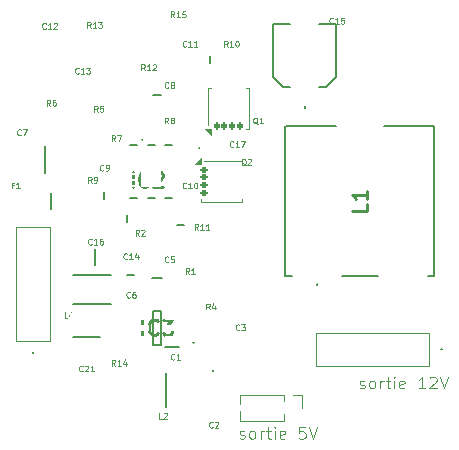
<source format=gto>
%TF.GenerationSoftware,KiCad,Pcbnew,9.0.0*%
%TF.CreationDate,2025-03-07T10:14:07+01:00*%
%TF.ProjectId,converter1A,636f6e76-6572-4746-9572-31412e6b6963,rev?*%
%TF.SameCoordinates,Original*%
%TF.FileFunction,Legend,Top*%
%TF.FilePolarity,Positive*%
%FSLAX46Y46*%
G04 Gerber Fmt 4.6, Leading zero omitted, Abs format (unit mm)*
G04 Created by KiCad (PCBNEW 9.0.0) date 2025-03-07 10:14:07*
%MOMM*%
%LPD*%
G01*
G04 APERTURE LIST*
G04 Aperture macros list*
%AMRoundRect*
0 Rectangle with rounded corners*
0 $1 Rounding radius*
0 $2 $3 $4 $5 $6 $7 $8 $9 X,Y pos of 4 corners*
0 Add a 4 corners polygon primitive as box body*
4,1,4,$2,$3,$4,$5,$6,$7,$8,$9,$2,$3,0*
0 Add four circle primitives for the rounded corners*
1,1,$1+$1,$2,$3*
1,1,$1+$1,$4,$5*
1,1,$1+$1,$6,$7*
1,1,$1+$1,$8,$9*
0 Add four rect primitives between the rounded corners*
20,1,$1+$1,$2,$3,$4,$5,0*
20,1,$1+$1,$4,$5,$6,$7,0*
20,1,$1+$1,$6,$7,$8,$9,0*
20,1,$1+$1,$8,$9,$2,$3,0*%
%AMFreePoly0*
4,1,17,1.371000,0.720000,0.950000,0.720000,0.950000,0.580000,1.370000,0.580000,1.370000,0.080000,0.950000,0.080000,0.950000,-0.080000,1.370000,-0.080000,1.370000,-0.580000,0.950000,-0.580000,0.950000,-0.720000,1.370000,-0.720000,1.370000,-1.225000,-0.950000,-1.225000,-0.950000,1.225000,1.371000,1.225000,1.371000,0.720000,1.371000,0.720000,$1*%
G04 Aperture macros list end*
%ADD10C,0.100000*%
%ADD11C,0.254000*%
%ADD12C,0.200000*%
%ADD13C,0.120000*%
%ADD14R,1.200000X0.600000*%
%ADD15R,0.850000X1.000000*%
%ADD16R,0.600000X0.750000*%
%ADD17R,0.800000X0.950000*%
%ADD18R,0.750000X0.600000*%
%ADD19R,0.940000X0.540000*%
%ADD20C,2.400000*%
%ADD21R,1.170000X1.820000*%
%ADD22R,2.300000X2.300000*%
%ADD23C,2.300000*%
%ADD24R,0.420000X0.620000*%
%ADD25R,1.070000X1.820000*%
%ADD26R,1.750000X3.200000*%
%ADD27R,2.820000X0.810000*%
%ADD28R,1.450000X1.150000*%
%ADD29R,1.400000X1.950000*%
%ADD30RoundRect,0.125000X-0.190000X-0.125000X0.190000X-0.125000X0.190000X0.125000X-0.190000X0.125000X0*%
%ADD31FreePoly0,0.000000*%
%ADD32R,1.150000X1.450000*%
%ADD33R,1.600000X3.000000*%
%ADD34R,0.450000X0.600000*%
%ADD35R,1.000000X1.000000*%
%ADD36O,1.000000X1.000000*%
%ADD37R,0.700000X0.650000*%
%ADD38R,0.250000X0.600000*%
%ADD39R,0.600000X0.250000*%
%ADD40R,1.700000X2.700000*%
%ADD41R,1.260000X2.720000*%
%ADD42RoundRect,0.125000X0.125000X-0.190000X0.125000X0.190000X-0.125000X0.190000X-0.125000X-0.190000X0*%
%ADD43FreePoly0,90.000000*%
%ADD44R,3.070000X2.260000*%
%ADD45R,2.770000X2.260000*%
G04 APERTURE END LIST*
D10*
X167970550Y-82933609D02*
X167803884Y-82695514D01*
X167684836Y-82933609D02*
X167684836Y-82433609D01*
X167684836Y-82433609D02*
X167875312Y-82433609D01*
X167875312Y-82433609D02*
X167922931Y-82457419D01*
X167922931Y-82457419D02*
X167946741Y-82481228D01*
X167946741Y-82481228D02*
X167970550Y-82528847D01*
X167970550Y-82528847D02*
X167970550Y-82600276D01*
X167970550Y-82600276D02*
X167946741Y-82647895D01*
X167946741Y-82647895D02*
X167922931Y-82671704D01*
X167922931Y-82671704D02*
X167875312Y-82695514D01*
X167875312Y-82695514D02*
X167684836Y-82695514D01*
X168399122Y-82433609D02*
X168303884Y-82433609D01*
X168303884Y-82433609D02*
X168256265Y-82457419D01*
X168256265Y-82457419D02*
X168232455Y-82481228D01*
X168232455Y-82481228D02*
X168184836Y-82552657D01*
X168184836Y-82552657D02*
X168161027Y-82647895D01*
X168161027Y-82647895D02*
X168161027Y-82838371D01*
X168161027Y-82838371D02*
X168184836Y-82885990D01*
X168184836Y-82885990D02*
X168208646Y-82909800D01*
X168208646Y-82909800D02*
X168256265Y-82933609D01*
X168256265Y-82933609D02*
X168351503Y-82933609D01*
X168351503Y-82933609D02*
X168399122Y-82909800D01*
X168399122Y-82909800D02*
X168422931Y-82885990D01*
X168422931Y-82885990D02*
X168446741Y-82838371D01*
X168446741Y-82838371D02*
X168446741Y-82719323D01*
X168446741Y-82719323D02*
X168422931Y-82671704D01*
X168422931Y-82671704D02*
X168399122Y-82647895D01*
X168399122Y-82647895D02*
X168351503Y-82624085D01*
X168351503Y-82624085D02*
X168256265Y-82624085D01*
X168256265Y-82624085D02*
X168208646Y-82647895D01*
X168208646Y-82647895D02*
X168184836Y-82671704D01*
X168184836Y-82671704D02*
X168161027Y-82719323D01*
X167590550Y-76375990D02*
X167566741Y-76399800D01*
X167566741Y-76399800D02*
X167495312Y-76423609D01*
X167495312Y-76423609D02*
X167447693Y-76423609D01*
X167447693Y-76423609D02*
X167376265Y-76399800D01*
X167376265Y-76399800D02*
X167328646Y-76352180D01*
X167328646Y-76352180D02*
X167304836Y-76304561D01*
X167304836Y-76304561D02*
X167281027Y-76209323D01*
X167281027Y-76209323D02*
X167281027Y-76137895D01*
X167281027Y-76137895D02*
X167304836Y-76042657D01*
X167304836Y-76042657D02*
X167328646Y-75995038D01*
X167328646Y-75995038D02*
X167376265Y-75947419D01*
X167376265Y-75947419D02*
X167447693Y-75923609D01*
X167447693Y-75923609D02*
X167495312Y-75923609D01*
X167495312Y-75923609D02*
X167566741Y-75947419D01*
X167566741Y-75947419D02*
X167590550Y-75971228D01*
X168066741Y-76423609D02*
X167781027Y-76423609D01*
X167923884Y-76423609D02*
X167923884Y-75923609D01*
X167923884Y-75923609D02*
X167876265Y-75995038D01*
X167876265Y-75995038D02*
X167828646Y-76042657D01*
X167828646Y-76042657D02*
X167781027Y-76066466D01*
X168257217Y-75971228D02*
X168281026Y-75947419D01*
X168281026Y-75947419D02*
X168328645Y-75923609D01*
X168328645Y-75923609D02*
X168447693Y-75923609D01*
X168447693Y-75923609D02*
X168495312Y-75947419D01*
X168495312Y-75947419D02*
X168519121Y-75971228D01*
X168519121Y-75971228D02*
X168542931Y-76018847D01*
X168542931Y-76018847D02*
X168542931Y-76066466D01*
X168542931Y-76066466D02*
X168519121Y-76137895D01*
X168519121Y-76137895D02*
X168233407Y-76423609D01*
X168233407Y-76423609D02*
X168542931Y-76423609D01*
X173470550Y-104933609D02*
X173303884Y-104695514D01*
X173184836Y-104933609D02*
X173184836Y-104433609D01*
X173184836Y-104433609D02*
X173375312Y-104433609D01*
X173375312Y-104433609D02*
X173422931Y-104457419D01*
X173422931Y-104457419D02*
X173446741Y-104481228D01*
X173446741Y-104481228D02*
X173470550Y-104528847D01*
X173470550Y-104528847D02*
X173470550Y-104600276D01*
X173470550Y-104600276D02*
X173446741Y-104647895D01*
X173446741Y-104647895D02*
X173422931Y-104671704D01*
X173422931Y-104671704D02*
X173375312Y-104695514D01*
X173375312Y-104695514D02*
X173184836Y-104695514D01*
X173946741Y-104933609D02*
X173661027Y-104933609D01*
X173803884Y-104933609D02*
X173803884Y-104433609D01*
X173803884Y-104433609D02*
X173756265Y-104505038D01*
X173756265Y-104505038D02*
X173708646Y-104552657D01*
X173708646Y-104552657D02*
X173661027Y-104576466D01*
X174375312Y-104600276D02*
X174375312Y-104933609D01*
X174256264Y-104409800D02*
X174137217Y-104766942D01*
X174137217Y-104766942D02*
X174446740Y-104766942D01*
X175470550Y-93933609D02*
X175303884Y-93695514D01*
X175184836Y-93933609D02*
X175184836Y-93433609D01*
X175184836Y-93433609D02*
X175375312Y-93433609D01*
X175375312Y-93433609D02*
X175422931Y-93457419D01*
X175422931Y-93457419D02*
X175446741Y-93481228D01*
X175446741Y-93481228D02*
X175470550Y-93528847D01*
X175470550Y-93528847D02*
X175470550Y-93600276D01*
X175470550Y-93600276D02*
X175446741Y-93647895D01*
X175446741Y-93647895D02*
X175422931Y-93671704D01*
X175422931Y-93671704D02*
X175375312Y-93695514D01*
X175375312Y-93695514D02*
X175184836Y-93695514D01*
X175661027Y-93481228D02*
X175684836Y-93457419D01*
X175684836Y-93457419D02*
X175732455Y-93433609D01*
X175732455Y-93433609D02*
X175851503Y-93433609D01*
X175851503Y-93433609D02*
X175899122Y-93457419D01*
X175899122Y-93457419D02*
X175922931Y-93481228D01*
X175922931Y-93481228D02*
X175946741Y-93528847D01*
X175946741Y-93528847D02*
X175946741Y-93576466D01*
X175946741Y-93576466D02*
X175922931Y-93647895D01*
X175922931Y-93647895D02*
X175637217Y-93933609D01*
X175637217Y-93933609D02*
X175946741Y-93933609D01*
X183470550Y-86385990D02*
X183446741Y-86409800D01*
X183446741Y-86409800D02*
X183375312Y-86433609D01*
X183375312Y-86433609D02*
X183327693Y-86433609D01*
X183327693Y-86433609D02*
X183256265Y-86409800D01*
X183256265Y-86409800D02*
X183208646Y-86362180D01*
X183208646Y-86362180D02*
X183184836Y-86314561D01*
X183184836Y-86314561D02*
X183161027Y-86219323D01*
X183161027Y-86219323D02*
X183161027Y-86147895D01*
X183161027Y-86147895D02*
X183184836Y-86052657D01*
X183184836Y-86052657D02*
X183208646Y-86005038D01*
X183208646Y-86005038D02*
X183256265Y-85957419D01*
X183256265Y-85957419D02*
X183327693Y-85933609D01*
X183327693Y-85933609D02*
X183375312Y-85933609D01*
X183375312Y-85933609D02*
X183446741Y-85957419D01*
X183446741Y-85957419D02*
X183470550Y-85981228D01*
X183946741Y-86433609D02*
X183661027Y-86433609D01*
X183803884Y-86433609D02*
X183803884Y-85933609D01*
X183803884Y-85933609D02*
X183756265Y-86005038D01*
X183756265Y-86005038D02*
X183708646Y-86052657D01*
X183708646Y-86052657D02*
X183661027Y-86076466D01*
X184113407Y-85933609D02*
X184446740Y-85933609D01*
X184446740Y-85933609D02*
X184232455Y-86433609D01*
X183970550Y-101885990D02*
X183946741Y-101909800D01*
X183946741Y-101909800D02*
X183875312Y-101933609D01*
X183875312Y-101933609D02*
X183827693Y-101933609D01*
X183827693Y-101933609D02*
X183756265Y-101909800D01*
X183756265Y-101909800D02*
X183708646Y-101862180D01*
X183708646Y-101862180D02*
X183684836Y-101814561D01*
X183684836Y-101814561D02*
X183661027Y-101719323D01*
X183661027Y-101719323D02*
X183661027Y-101647895D01*
X183661027Y-101647895D02*
X183684836Y-101552657D01*
X183684836Y-101552657D02*
X183708646Y-101505038D01*
X183708646Y-101505038D02*
X183756265Y-101457419D01*
X183756265Y-101457419D02*
X183827693Y-101433609D01*
X183827693Y-101433609D02*
X183875312Y-101433609D01*
X183875312Y-101433609D02*
X183946741Y-101457419D01*
X183946741Y-101457419D02*
X183970550Y-101481228D01*
X184137217Y-101433609D02*
X184446741Y-101433609D01*
X184446741Y-101433609D02*
X184280074Y-101624085D01*
X184280074Y-101624085D02*
X184351503Y-101624085D01*
X184351503Y-101624085D02*
X184399122Y-101647895D01*
X184399122Y-101647895D02*
X184422931Y-101671704D01*
X184422931Y-101671704D02*
X184446741Y-101719323D01*
X184446741Y-101719323D02*
X184446741Y-101838371D01*
X184446741Y-101838371D02*
X184422931Y-101885990D01*
X184422931Y-101885990D02*
X184399122Y-101909800D01*
X184399122Y-101909800D02*
X184351503Y-101933609D01*
X184351503Y-101933609D02*
X184208646Y-101933609D01*
X184208646Y-101933609D02*
X184161027Y-101909800D01*
X184161027Y-101909800D02*
X184137217Y-101885990D01*
X164851503Y-89671704D02*
X164684836Y-89671704D01*
X164684836Y-89933609D02*
X164684836Y-89433609D01*
X164684836Y-89433609D02*
X164922931Y-89433609D01*
X165375312Y-89933609D02*
X165089598Y-89933609D01*
X165232455Y-89933609D02*
X165232455Y-89433609D01*
X165232455Y-89433609D02*
X165184836Y-89505038D01*
X165184836Y-89505038D02*
X165137217Y-89552657D01*
X165137217Y-89552657D02*
X165089598Y-89576466D01*
X171390550Y-76333609D02*
X171223884Y-76095514D01*
X171104836Y-76333609D02*
X171104836Y-75833609D01*
X171104836Y-75833609D02*
X171295312Y-75833609D01*
X171295312Y-75833609D02*
X171342931Y-75857419D01*
X171342931Y-75857419D02*
X171366741Y-75881228D01*
X171366741Y-75881228D02*
X171390550Y-75928847D01*
X171390550Y-75928847D02*
X171390550Y-76000276D01*
X171390550Y-76000276D02*
X171366741Y-76047895D01*
X171366741Y-76047895D02*
X171342931Y-76071704D01*
X171342931Y-76071704D02*
X171295312Y-76095514D01*
X171295312Y-76095514D02*
X171104836Y-76095514D01*
X171866741Y-76333609D02*
X171581027Y-76333609D01*
X171723884Y-76333609D02*
X171723884Y-75833609D01*
X171723884Y-75833609D02*
X171676265Y-75905038D01*
X171676265Y-75905038D02*
X171628646Y-75952657D01*
X171628646Y-75952657D02*
X171581027Y-75976466D01*
X172033407Y-75833609D02*
X172342931Y-75833609D01*
X172342931Y-75833609D02*
X172176264Y-76024085D01*
X172176264Y-76024085D02*
X172247693Y-76024085D01*
X172247693Y-76024085D02*
X172295312Y-76047895D01*
X172295312Y-76047895D02*
X172319121Y-76071704D01*
X172319121Y-76071704D02*
X172342931Y-76119323D01*
X172342931Y-76119323D02*
X172342931Y-76238371D01*
X172342931Y-76238371D02*
X172319121Y-76285990D01*
X172319121Y-76285990D02*
X172295312Y-76309800D01*
X172295312Y-76309800D02*
X172247693Y-76333609D01*
X172247693Y-76333609D02*
X172104836Y-76333609D01*
X172104836Y-76333609D02*
X172057217Y-76309800D01*
X172057217Y-76309800D02*
X172033407Y-76285990D01*
X177970550Y-84433609D02*
X177803884Y-84195514D01*
X177684836Y-84433609D02*
X177684836Y-83933609D01*
X177684836Y-83933609D02*
X177875312Y-83933609D01*
X177875312Y-83933609D02*
X177922931Y-83957419D01*
X177922931Y-83957419D02*
X177946741Y-83981228D01*
X177946741Y-83981228D02*
X177970550Y-84028847D01*
X177970550Y-84028847D02*
X177970550Y-84100276D01*
X177970550Y-84100276D02*
X177946741Y-84147895D01*
X177946741Y-84147895D02*
X177922931Y-84171704D01*
X177922931Y-84171704D02*
X177875312Y-84195514D01*
X177875312Y-84195514D02*
X177684836Y-84195514D01*
X178256265Y-84147895D02*
X178208646Y-84124085D01*
X178208646Y-84124085D02*
X178184836Y-84100276D01*
X178184836Y-84100276D02*
X178161027Y-84052657D01*
X178161027Y-84052657D02*
X178161027Y-84028847D01*
X178161027Y-84028847D02*
X178184836Y-83981228D01*
X178184836Y-83981228D02*
X178208646Y-83957419D01*
X178208646Y-83957419D02*
X178256265Y-83933609D01*
X178256265Y-83933609D02*
X178351503Y-83933609D01*
X178351503Y-83933609D02*
X178399122Y-83957419D01*
X178399122Y-83957419D02*
X178422931Y-83981228D01*
X178422931Y-83981228D02*
X178446741Y-84028847D01*
X178446741Y-84028847D02*
X178446741Y-84052657D01*
X178446741Y-84052657D02*
X178422931Y-84100276D01*
X178422931Y-84100276D02*
X178399122Y-84124085D01*
X178399122Y-84124085D02*
X178351503Y-84147895D01*
X178351503Y-84147895D02*
X178256265Y-84147895D01*
X178256265Y-84147895D02*
X178208646Y-84171704D01*
X178208646Y-84171704D02*
X178184836Y-84195514D01*
X178184836Y-84195514D02*
X178161027Y-84243133D01*
X178161027Y-84243133D02*
X178161027Y-84338371D01*
X178161027Y-84338371D02*
X178184836Y-84385990D01*
X178184836Y-84385990D02*
X178208646Y-84409800D01*
X178208646Y-84409800D02*
X178256265Y-84433609D01*
X178256265Y-84433609D02*
X178351503Y-84433609D01*
X178351503Y-84433609D02*
X178399122Y-84409800D01*
X178399122Y-84409800D02*
X178422931Y-84385990D01*
X178422931Y-84385990D02*
X178446741Y-84338371D01*
X178446741Y-84338371D02*
X178446741Y-84243133D01*
X178446741Y-84243133D02*
X178422931Y-84195514D01*
X178422931Y-84195514D02*
X178399122Y-84171704D01*
X178399122Y-84171704D02*
X178351503Y-84147895D01*
X179470550Y-77885990D02*
X179446741Y-77909800D01*
X179446741Y-77909800D02*
X179375312Y-77933609D01*
X179375312Y-77933609D02*
X179327693Y-77933609D01*
X179327693Y-77933609D02*
X179256265Y-77909800D01*
X179256265Y-77909800D02*
X179208646Y-77862180D01*
X179208646Y-77862180D02*
X179184836Y-77814561D01*
X179184836Y-77814561D02*
X179161027Y-77719323D01*
X179161027Y-77719323D02*
X179161027Y-77647895D01*
X179161027Y-77647895D02*
X179184836Y-77552657D01*
X179184836Y-77552657D02*
X179208646Y-77505038D01*
X179208646Y-77505038D02*
X179256265Y-77457419D01*
X179256265Y-77457419D02*
X179327693Y-77433609D01*
X179327693Y-77433609D02*
X179375312Y-77433609D01*
X179375312Y-77433609D02*
X179446741Y-77457419D01*
X179446741Y-77457419D02*
X179470550Y-77481228D01*
X179946741Y-77933609D02*
X179661027Y-77933609D01*
X179803884Y-77933609D02*
X179803884Y-77433609D01*
X179803884Y-77433609D02*
X179756265Y-77505038D01*
X179756265Y-77505038D02*
X179708646Y-77552657D01*
X179708646Y-77552657D02*
X179661027Y-77576466D01*
X180422931Y-77933609D02*
X180137217Y-77933609D01*
X180280074Y-77933609D02*
X180280074Y-77433609D01*
X180280074Y-77433609D02*
X180232455Y-77505038D01*
X180232455Y-77505038D02*
X180184836Y-77552657D01*
X180184836Y-77552657D02*
X180137217Y-77576466D01*
X170370550Y-80165990D02*
X170346741Y-80189800D01*
X170346741Y-80189800D02*
X170275312Y-80213609D01*
X170275312Y-80213609D02*
X170227693Y-80213609D01*
X170227693Y-80213609D02*
X170156265Y-80189800D01*
X170156265Y-80189800D02*
X170108646Y-80142180D01*
X170108646Y-80142180D02*
X170084836Y-80094561D01*
X170084836Y-80094561D02*
X170061027Y-79999323D01*
X170061027Y-79999323D02*
X170061027Y-79927895D01*
X170061027Y-79927895D02*
X170084836Y-79832657D01*
X170084836Y-79832657D02*
X170108646Y-79785038D01*
X170108646Y-79785038D02*
X170156265Y-79737419D01*
X170156265Y-79737419D02*
X170227693Y-79713609D01*
X170227693Y-79713609D02*
X170275312Y-79713609D01*
X170275312Y-79713609D02*
X170346741Y-79737419D01*
X170346741Y-79737419D02*
X170370550Y-79761228D01*
X170846741Y-80213609D02*
X170561027Y-80213609D01*
X170703884Y-80213609D02*
X170703884Y-79713609D01*
X170703884Y-79713609D02*
X170656265Y-79785038D01*
X170656265Y-79785038D02*
X170608646Y-79832657D01*
X170608646Y-79832657D02*
X170561027Y-79856466D01*
X171013407Y-79713609D02*
X171322931Y-79713609D01*
X171322931Y-79713609D02*
X171156264Y-79904085D01*
X171156264Y-79904085D02*
X171227693Y-79904085D01*
X171227693Y-79904085D02*
X171275312Y-79927895D01*
X171275312Y-79927895D02*
X171299121Y-79951704D01*
X171299121Y-79951704D02*
X171322931Y-79999323D01*
X171322931Y-79999323D02*
X171322931Y-80118371D01*
X171322931Y-80118371D02*
X171299121Y-80165990D01*
X171299121Y-80165990D02*
X171275312Y-80189800D01*
X171275312Y-80189800D02*
X171227693Y-80213609D01*
X171227693Y-80213609D02*
X171084836Y-80213609D01*
X171084836Y-80213609D02*
X171037217Y-80189800D01*
X171037217Y-80189800D02*
X171013407Y-80165990D01*
X170720550Y-105385990D02*
X170696741Y-105409800D01*
X170696741Y-105409800D02*
X170625312Y-105433609D01*
X170625312Y-105433609D02*
X170577693Y-105433609D01*
X170577693Y-105433609D02*
X170506265Y-105409800D01*
X170506265Y-105409800D02*
X170458646Y-105362180D01*
X170458646Y-105362180D02*
X170434836Y-105314561D01*
X170434836Y-105314561D02*
X170411027Y-105219323D01*
X170411027Y-105219323D02*
X170411027Y-105147895D01*
X170411027Y-105147895D02*
X170434836Y-105052657D01*
X170434836Y-105052657D02*
X170458646Y-105005038D01*
X170458646Y-105005038D02*
X170506265Y-104957419D01*
X170506265Y-104957419D02*
X170577693Y-104933609D01*
X170577693Y-104933609D02*
X170625312Y-104933609D01*
X170625312Y-104933609D02*
X170696741Y-104957419D01*
X170696741Y-104957419D02*
X170720550Y-104981228D01*
X170911027Y-104981228D02*
X170934836Y-104957419D01*
X170934836Y-104957419D02*
X170982455Y-104933609D01*
X170982455Y-104933609D02*
X171101503Y-104933609D01*
X171101503Y-104933609D02*
X171149122Y-104957419D01*
X171149122Y-104957419D02*
X171172931Y-104981228D01*
X171172931Y-104981228D02*
X171196741Y-105028847D01*
X171196741Y-105028847D02*
X171196741Y-105076466D01*
X171196741Y-105076466D02*
X171172931Y-105147895D01*
X171172931Y-105147895D02*
X170887217Y-105433609D01*
X170887217Y-105433609D02*
X171196741Y-105433609D01*
X171672931Y-105433609D02*
X171387217Y-105433609D01*
X171530074Y-105433609D02*
X171530074Y-104933609D01*
X171530074Y-104933609D02*
X171482455Y-105005038D01*
X171482455Y-105005038D02*
X171434836Y-105052657D01*
X171434836Y-105052657D02*
X171387217Y-105076466D01*
X180470550Y-93433609D02*
X180303884Y-93195514D01*
X180184836Y-93433609D02*
X180184836Y-92933609D01*
X180184836Y-92933609D02*
X180375312Y-92933609D01*
X180375312Y-92933609D02*
X180422931Y-92957419D01*
X180422931Y-92957419D02*
X180446741Y-92981228D01*
X180446741Y-92981228D02*
X180470550Y-93028847D01*
X180470550Y-93028847D02*
X180470550Y-93100276D01*
X180470550Y-93100276D02*
X180446741Y-93147895D01*
X180446741Y-93147895D02*
X180422931Y-93171704D01*
X180422931Y-93171704D02*
X180375312Y-93195514D01*
X180375312Y-93195514D02*
X180184836Y-93195514D01*
X180946741Y-93433609D02*
X180661027Y-93433609D01*
X180803884Y-93433609D02*
X180803884Y-92933609D01*
X180803884Y-92933609D02*
X180756265Y-93005038D01*
X180756265Y-93005038D02*
X180708646Y-93052657D01*
X180708646Y-93052657D02*
X180661027Y-93076466D01*
X181422931Y-93433609D02*
X181137217Y-93433609D01*
X181280074Y-93433609D02*
X181280074Y-92933609D01*
X181280074Y-92933609D02*
X181232455Y-93005038D01*
X181232455Y-93005038D02*
X181184836Y-93052657D01*
X181184836Y-93052657D02*
X181137217Y-93076466D01*
X194146265Y-106824800D02*
X194241503Y-106872419D01*
X194241503Y-106872419D02*
X194431979Y-106872419D01*
X194431979Y-106872419D02*
X194527217Y-106824800D01*
X194527217Y-106824800D02*
X194574836Y-106729561D01*
X194574836Y-106729561D02*
X194574836Y-106681942D01*
X194574836Y-106681942D02*
X194527217Y-106586704D01*
X194527217Y-106586704D02*
X194431979Y-106539085D01*
X194431979Y-106539085D02*
X194289122Y-106539085D01*
X194289122Y-106539085D02*
X194193884Y-106491466D01*
X194193884Y-106491466D02*
X194146265Y-106396228D01*
X194146265Y-106396228D02*
X194146265Y-106348609D01*
X194146265Y-106348609D02*
X194193884Y-106253371D01*
X194193884Y-106253371D02*
X194289122Y-106205752D01*
X194289122Y-106205752D02*
X194431979Y-106205752D01*
X194431979Y-106205752D02*
X194527217Y-106253371D01*
X195146265Y-106872419D02*
X195051027Y-106824800D01*
X195051027Y-106824800D02*
X195003408Y-106777180D01*
X195003408Y-106777180D02*
X194955789Y-106681942D01*
X194955789Y-106681942D02*
X194955789Y-106396228D01*
X194955789Y-106396228D02*
X195003408Y-106300990D01*
X195003408Y-106300990D02*
X195051027Y-106253371D01*
X195051027Y-106253371D02*
X195146265Y-106205752D01*
X195146265Y-106205752D02*
X195289122Y-106205752D01*
X195289122Y-106205752D02*
X195384360Y-106253371D01*
X195384360Y-106253371D02*
X195431979Y-106300990D01*
X195431979Y-106300990D02*
X195479598Y-106396228D01*
X195479598Y-106396228D02*
X195479598Y-106681942D01*
X195479598Y-106681942D02*
X195431979Y-106777180D01*
X195431979Y-106777180D02*
X195384360Y-106824800D01*
X195384360Y-106824800D02*
X195289122Y-106872419D01*
X195289122Y-106872419D02*
X195146265Y-106872419D01*
X195908170Y-106872419D02*
X195908170Y-106205752D01*
X195908170Y-106396228D02*
X195955789Y-106300990D01*
X195955789Y-106300990D02*
X196003408Y-106253371D01*
X196003408Y-106253371D02*
X196098646Y-106205752D01*
X196098646Y-106205752D02*
X196193884Y-106205752D01*
X196384361Y-106205752D02*
X196765313Y-106205752D01*
X196527218Y-105872419D02*
X196527218Y-106729561D01*
X196527218Y-106729561D02*
X196574837Y-106824800D01*
X196574837Y-106824800D02*
X196670075Y-106872419D01*
X196670075Y-106872419D02*
X196765313Y-106872419D01*
X197098647Y-106872419D02*
X197098647Y-106205752D01*
X197098647Y-105872419D02*
X197051028Y-105920038D01*
X197051028Y-105920038D02*
X197098647Y-105967657D01*
X197098647Y-105967657D02*
X197146266Y-105920038D01*
X197146266Y-105920038D02*
X197098647Y-105872419D01*
X197098647Y-105872419D02*
X197098647Y-105967657D01*
X197955789Y-106824800D02*
X197860551Y-106872419D01*
X197860551Y-106872419D02*
X197670075Y-106872419D01*
X197670075Y-106872419D02*
X197574837Y-106824800D01*
X197574837Y-106824800D02*
X197527218Y-106729561D01*
X197527218Y-106729561D02*
X197527218Y-106348609D01*
X197527218Y-106348609D02*
X197574837Y-106253371D01*
X197574837Y-106253371D02*
X197670075Y-106205752D01*
X197670075Y-106205752D02*
X197860551Y-106205752D01*
X197860551Y-106205752D02*
X197955789Y-106253371D01*
X197955789Y-106253371D02*
X198003408Y-106348609D01*
X198003408Y-106348609D02*
X198003408Y-106443847D01*
X198003408Y-106443847D02*
X197527218Y-106539085D01*
X199717694Y-106872419D02*
X199146266Y-106872419D01*
X199431980Y-106872419D02*
X199431980Y-105872419D01*
X199431980Y-105872419D02*
X199336742Y-106015276D01*
X199336742Y-106015276D02*
X199241504Y-106110514D01*
X199241504Y-106110514D02*
X199146266Y-106158133D01*
X200098647Y-105967657D02*
X200146266Y-105920038D01*
X200146266Y-105920038D02*
X200241504Y-105872419D01*
X200241504Y-105872419D02*
X200479599Y-105872419D01*
X200479599Y-105872419D02*
X200574837Y-105920038D01*
X200574837Y-105920038D02*
X200622456Y-105967657D01*
X200622456Y-105967657D02*
X200670075Y-106062895D01*
X200670075Y-106062895D02*
X200670075Y-106158133D01*
X200670075Y-106158133D02*
X200622456Y-106300990D01*
X200622456Y-106300990D02*
X200051028Y-106872419D01*
X200051028Y-106872419D02*
X200670075Y-106872419D01*
X200955790Y-105872419D02*
X201289123Y-106872419D01*
X201289123Y-106872419D02*
X201622456Y-105872419D01*
X184006265Y-111074800D02*
X184101503Y-111122419D01*
X184101503Y-111122419D02*
X184291979Y-111122419D01*
X184291979Y-111122419D02*
X184387217Y-111074800D01*
X184387217Y-111074800D02*
X184434836Y-110979561D01*
X184434836Y-110979561D02*
X184434836Y-110931942D01*
X184434836Y-110931942D02*
X184387217Y-110836704D01*
X184387217Y-110836704D02*
X184291979Y-110789085D01*
X184291979Y-110789085D02*
X184149122Y-110789085D01*
X184149122Y-110789085D02*
X184053884Y-110741466D01*
X184053884Y-110741466D02*
X184006265Y-110646228D01*
X184006265Y-110646228D02*
X184006265Y-110598609D01*
X184006265Y-110598609D02*
X184053884Y-110503371D01*
X184053884Y-110503371D02*
X184149122Y-110455752D01*
X184149122Y-110455752D02*
X184291979Y-110455752D01*
X184291979Y-110455752D02*
X184387217Y-110503371D01*
X185006265Y-111122419D02*
X184911027Y-111074800D01*
X184911027Y-111074800D02*
X184863408Y-111027180D01*
X184863408Y-111027180D02*
X184815789Y-110931942D01*
X184815789Y-110931942D02*
X184815789Y-110646228D01*
X184815789Y-110646228D02*
X184863408Y-110550990D01*
X184863408Y-110550990D02*
X184911027Y-110503371D01*
X184911027Y-110503371D02*
X185006265Y-110455752D01*
X185006265Y-110455752D02*
X185149122Y-110455752D01*
X185149122Y-110455752D02*
X185244360Y-110503371D01*
X185244360Y-110503371D02*
X185291979Y-110550990D01*
X185291979Y-110550990D02*
X185339598Y-110646228D01*
X185339598Y-110646228D02*
X185339598Y-110931942D01*
X185339598Y-110931942D02*
X185291979Y-111027180D01*
X185291979Y-111027180D02*
X185244360Y-111074800D01*
X185244360Y-111074800D02*
X185149122Y-111122419D01*
X185149122Y-111122419D02*
X185006265Y-111122419D01*
X185768170Y-111122419D02*
X185768170Y-110455752D01*
X185768170Y-110646228D02*
X185815789Y-110550990D01*
X185815789Y-110550990D02*
X185863408Y-110503371D01*
X185863408Y-110503371D02*
X185958646Y-110455752D01*
X185958646Y-110455752D02*
X186053884Y-110455752D01*
X186244361Y-110455752D02*
X186625313Y-110455752D01*
X186387218Y-110122419D02*
X186387218Y-110979561D01*
X186387218Y-110979561D02*
X186434837Y-111074800D01*
X186434837Y-111074800D02*
X186530075Y-111122419D01*
X186530075Y-111122419D02*
X186625313Y-111122419D01*
X186958647Y-111122419D02*
X186958647Y-110455752D01*
X186958647Y-110122419D02*
X186911028Y-110170038D01*
X186911028Y-110170038D02*
X186958647Y-110217657D01*
X186958647Y-110217657D02*
X187006266Y-110170038D01*
X187006266Y-110170038D02*
X186958647Y-110122419D01*
X186958647Y-110122419D02*
X186958647Y-110217657D01*
X187815789Y-111074800D02*
X187720551Y-111122419D01*
X187720551Y-111122419D02*
X187530075Y-111122419D01*
X187530075Y-111122419D02*
X187434837Y-111074800D01*
X187434837Y-111074800D02*
X187387218Y-110979561D01*
X187387218Y-110979561D02*
X187387218Y-110598609D01*
X187387218Y-110598609D02*
X187434837Y-110503371D01*
X187434837Y-110503371D02*
X187530075Y-110455752D01*
X187530075Y-110455752D02*
X187720551Y-110455752D01*
X187720551Y-110455752D02*
X187815789Y-110503371D01*
X187815789Y-110503371D02*
X187863408Y-110598609D01*
X187863408Y-110598609D02*
X187863408Y-110693847D01*
X187863408Y-110693847D02*
X187387218Y-110789085D01*
X189530075Y-110122419D02*
X189053885Y-110122419D01*
X189053885Y-110122419D02*
X189006266Y-110598609D01*
X189006266Y-110598609D02*
X189053885Y-110550990D01*
X189053885Y-110550990D02*
X189149123Y-110503371D01*
X189149123Y-110503371D02*
X189387218Y-110503371D01*
X189387218Y-110503371D02*
X189482456Y-110550990D01*
X189482456Y-110550990D02*
X189530075Y-110598609D01*
X189530075Y-110598609D02*
X189577694Y-110693847D01*
X189577694Y-110693847D02*
X189577694Y-110931942D01*
X189577694Y-110931942D02*
X189530075Y-111027180D01*
X189530075Y-111027180D02*
X189482456Y-111074800D01*
X189482456Y-111074800D02*
X189387218Y-111122419D01*
X189387218Y-111122419D02*
X189149123Y-111122419D01*
X189149123Y-111122419D02*
X189053885Y-111074800D01*
X189053885Y-111074800D02*
X189006266Y-111027180D01*
X189863409Y-110122419D02*
X190196742Y-111122419D01*
X190196742Y-111122419D02*
X190530075Y-110122419D01*
X185518169Y-84481228D02*
X185470550Y-84457419D01*
X185470550Y-84457419D02*
X185422931Y-84409800D01*
X185422931Y-84409800D02*
X185351503Y-84338371D01*
X185351503Y-84338371D02*
X185303884Y-84314561D01*
X185303884Y-84314561D02*
X185256265Y-84314561D01*
X185280074Y-84433609D02*
X185232455Y-84409800D01*
X185232455Y-84409800D02*
X185184836Y-84362180D01*
X185184836Y-84362180D02*
X185161027Y-84266942D01*
X185161027Y-84266942D02*
X185161027Y-84100276D01*
X185161027Y-84100276D02*
X185184836Y-84005038D01*
X185184836Y-84005038D02*
X185232455Y-83957419D01*
X185232455Y-83957419D02*
X185280074Y-83933609D01*
X185280074Y-83933609D02*
X185375312Y-83933609D01*
X185375312Y-83933609D02*
X185422931Y-83957419D01*
X185422931Y-83957419D02*
X185470550Y-84005038D01*
X185470550Y-84005038D02*
X185494360Y-84100276D01*
X185494360Y-84100276D02*
X185494360Y-84266942D01*
X185494360Y-84266942D02*
X185470550Y-84362180D01*
X185470550Y-84362180D02*
X185422931Y-84409800D01*
X185422931Y-84409800D02*
X185375312Y-84433609D01*
X185375312Y-84433609D02*
X185280074Y-84433609D01*
X185970551Y-84433609D02*
X185684837Y-84433609D01*
X185827694Y-84433609D02*
X185827694Y-83933609D01*
X185827694Y-83933609D02*
X185780075Y-84005038D01*
X185780075Y-84005038D02*
X185732456Y-84052657D01*
X185732456Y-84052657D02*
X185684837Y-84076466D01*
X179470550Y-89885990D02*
X179446741Y-89909800D01*
X179446741Y-89909800D02*
X179375312Y-89933609D01*
X179375312Y-89933609D02*
X179327693Y-89933609D01*
X179327693Y-89933609D02*
X179256265Y-89909800D01*
X179256265Y-89909800D02*
X179208646Y-89862180D01*
X179208646Y-89862180D02*
X179184836Y-89814561D01*
X179184836Y-89814561D02*
X179161027Y-89719323D01*
X179161027Y-89719323D02*
X179161027Y-89647895D01*
X179161027Y-89647895D02*
X179184836Y-89552657D01*
X179184836Y-89552657D02*
X179208646Y-89505038D01*
X179208646Y-89505038D02*
X179256265Y-89457419D01*
X179256265Y-89457419D02*
X179327693Y-89433609D01*
X179327693Y-89433609D02*
X179375312Y-89433609D01*
X179375312Y-89433609D02*
X179446741Y-89457419D01*
X179446741Y-89457419D02*
X179470550Y-89481228D01*
X179946741Y-89933609D02*
X179661027Y-89933609D01*
X179803884Y-89933609D02*
X179803884Y-89433609D01*
X179803884Y-89433609D02*
X179756265Y-89505038D01*
X179756265Y-89505038D02*
X179708646Y-89552657D01*
X179708646Y-89552657D02*
X179661027Y-89576466D01*
X180256264Y-89433609D02*
X180303883Y-89433609D01*
X180303883Y-89433609D02*
X180351502Y-89457419D01*
X180351502Y-89457419D02*
X180375312Y-89481228D01*
X180375312Y-89481228D02*
X180399121Y-89528847D01*
X180399121Y-89528847D02*
X180422931Y-89624085D01*
X180422931Y-89624085D02*
X180422931Y-89743133D01*
X180422931Y-89743133D02*
X180399121Y-89838371D01*
X180399121Y-89838371D02*
X180375312Y-89885990D01*
X180375312Y-89885990D02*
X180351502Y-89909800D01*
X180351502Y-89909800D02*
X180303883Y-89933609D01*
X180303883Y-89933609D02*
X180256264Y-89933609D01*
X180256264Y-89933609D02*
X180208645Y-89909800D01*
X180208645Y-89909800D02*
X180184836Y-89885990D01*
X180184836Y-89885990D02*
X180161026Y-89838371D01*
X180161026Y-89838371D02*
X180137217Y-89743133D01*
X180137217Y-89743133D02*
X180137217Y-89624085D01*
X180137217Y-89624085D02*
X180161026Y-89528847D01*
X180161026Y-89528847D02*
X180184836Y-89481228D01*
X180184836Y-89481228D02*
X180208645Y-89457419D01*
X180208645Y-89457419D02*
X180256264Y-89433609D01*
X181720550Y-110135990D02*
X181696741Y-110159800D01*
X181696741Y-110159800D02*
X181625312Y-110183609D01*
X181625312Y-110183609D02*
X181577693Y-110183609D01*
X181577693Y-110183609D02*
X181506265Y-110159800D01*
X181506265Y-110159800D02*
X181458646Y-110112180D01*
X181458646Y-110112180D02*
X181434836Y-110064561D01*
X181434836Y-110064561D02*
X181411027Y-109969323D01*
X181411027Y-109969323D02*
X181411027Y-109897895D01*
X181411027Y-109897895D02*
X181434836Y-109802657D01*
X181434836Y-109802657D02*
X181458646Y-109755038D01*
X181458646Y-109755038D02*
X181506265Y-109707419D01*
X181506265Y-109707419D02*
X181577693Y-109683609D01*
X181577693Y-109683609D02*
X181625312Y-109683609D01*
X181625312Y-109683609D02*
X181696741Y-109707419D01*
X181696741Y-109707419D02*
X181720550Y-109731228D01*
X181911027Y-109731228D02*
X181934836Y-109707419D01*
X181934836Y-109707419D02*
X181982455Y-109683609D01*
X181982455Y-109683609D02*
X182101503Y-109683609D01*
X182101503Y-109683609D02*
X182149122Y-109707419D01*
X182149122Y-109707419D02*
X182172931Y-109731228D01*
X182172931Y-109731228D02*
X182196741Y-109778847D01*
X182196741Y-109778847D02*
X182196741Y-109826466D01*
X182196741Y-109826466D02*
X182172931Y-109897895D01*
X182172931Y-109897895D02*
X181887217Y-110183609D01*
X181887217Y-110183609D02*
X182196741Y-110183609D01*
X173470550Y-85933609D02*
X173303884Y-85695514D01*
X173184836Y-85933609D02*
X173184836Y-85433609D01*
X173184836Y-85433609D02*
X173375312Y-85433609D01*
X173375312Y-85433609D02*
X173422931Y-85457419D01*
X173422931Y-85457419D02*
X173446741Y-85481228D01*
X173446741Y-85481228D02*
X173470550Y-85528847D01*
X173470550Y-85528847D02*
X173470550Y-85600276D01*
X173470550Y-85600276D02*
X173446741Y-85647895D01*
X173446741Y-85647895D02*
X173422931Y-85671704D01*
X173422931Y-85671704D02*
X173375312Y-85695514D01*
X173375312Y-85695514D02*
X173184836Y-85695514D01*
X173637217Y-85433609D02*
X173970550Y-85433609D01*
X173970550Y-85433609D02*
X173756265Y-85933609D01*
X174470550Y-95885990D02*
X174446741Y-95909800D01*
X174446741Y-95909800D02*
X174375312Y-95933609D01*
X174375312Y-95933609D02*
X174327693Y-95933609D01*
X174327693Y-95933609D02*
X174256265Y-95909800D01*
X174256265Y-95909800D02*
X174208646Y-95862180D01*
X174208646Y-95862180D02*
X174184836Y-95814561D01*
X174184836Y-95814561D02*
X174161027Y-95719323D01*
X174161027Y-95719323D02*
X174161027Y-95647895D01*
X174161027Y-95647895D02*
X174184836Y-95552657D01*
X174184836Y-95552657D02*
X174208646Y-95505038D01*
X174208646Y-95505038D02*
X174256265Y-95457419D01*
X174256265Y-95457419D02*
X174327693Y-95433609D01*
X174327693Y-95433609D02*
X174375312Y-95433609D01*
X174375312Y-95433609D02*
X174446741Y-95457419D01*
X174446741Y-95457419D02*
X174470550Y-95481228D01*
X174946741Y-95933609D02*
X174661027Y-95933609D01*
X174803884Y-95933609D02*
X174803884Y-95433609D01*
X174803884Y-95433609D02*
X174756265Y-95505038D01*
X174756265Y-95505038D02*
X174708646Y-95552657D01*
X174708646Y-95552657D02*
X174661027Y-95576466D01*
X175375312Y-95600276D02*
X175375312Y-95933609D01*
X175256264Y-95409800D02*
X175137217Y-95766942D01*
X175137217Y-95766942D02*
X175446740Y-95766942D01*
X174720550Y-99135990D02*
X174696741Y-99159800D01*
X174696741Y-99159800D02*
X174625312Y-99183609D01*
X174625312Y-99183609D02*
X174577693Y-99183609D01*
X174577693Y-99183609D02*
X174506265Y-99159800D01*
X174506265Y-99159800D02*
X174458646Y-99112180D01*
X174458646Y-99112180D02*
X174434836Y-99064561D01*
X174434836Y-99064561D02*
X174411027Y-98969323D01*
X174411027Y-98969323D02*
X174411027Y-98897895D01*
X174411027Y-98897895D02*
X174434836Y-98802657D01*
X174434836Y-98802657D02*
X174458646Y-98755038D01*
X174458646Y-98755038D02*
X174506265Y-98707419D01*
X174506265Y-98707419D02*
X174577693Y-98683609D01*
X174577693Y-98683609D02*
X174625312Y-98683609D01*
X174625312Y-98683609D02*
X174696741Y-98707419D01*
X174696741Y-98707419D02*
X174720550Y-98731228D01*
X175149122Y-98683609D02*
X175053884Y-98683609D01*
X175053884Y-98683609D02*
X175006265Y-98707419D01*
X175006265Y-98707419D02*
X174982455Y-98731228D01*
X174982455Y-98731228D02*
X174934836Y-98802657D01*
X174934836Y-98802657D02*
X174911027Y-98897895D01*
X174911027Y-98897895D02*
X174911027Y-99088371D01*
X174911027Y-99088371D02*
X174934836Y-99135990D01*
X174934836Y-99135990D02*
X174958646Y-99159800D01*
X174958646Y-99159800D02*
X175006265Y-99183609D01*
X175006265Y-99183609D02*
X175101503Y-99183609D01*
X175101503Y-99183609D02*
X175149122Y-99159800D01*
X175149122Y-99159800D02*
X175172931Y-99135990D01*
X175172931Y-99135990D02*
X175196741Y-99088371D01*
X175196741Y-99088371D02*
X175196741Y-98969323D01*
X175196741Y-98969323D02*
X175172931Y-98921704D01*
X175172931Y-98921704D02*
X175149122Y-98897895D01*
X175149122Y-98897895D02*
X175101503Y-98874085D01*
X175101503Y-98874085D02*
X175006265Y-98874085D01*
X175006265Y-98874085D02*
X174958646Y-98897895D01*
X174958646Y-98897895D02*
X174934836Y-98921704D01*
X174934836Y-98921704D02*
X174911027Y-98969323D01*
X177970550Y-81385990D02*
X177946741Y-81409800D01*
X177946741Y-81409800D02*
X177875312Y-81433609D01*
X177875312Y-81433609D02*
X177827693Y-81433609D01*
X177827693Y-81433609D02*
X177756265Y-81409800D01*
X177756265Y-81409800D02*
X177708646Y-81362180D01*
X177708646Y-81362180D02*
X177684836Y-81314561D01*
X177684836Y-81314561D02*
X177661027Y-81219323D01*
X177661027Y-81219323D02*
X177661027Y-81147895D01*
X177661027Y-81147895D02*
X177684836Y-81052657D01*
X177684836Y-81052657D02*
X177708646Y-81005038D01*
X177708646Y-81005038D02*
X177756265Y-80957419D01*
X177756265Y-80957419D02*
X177827693Y-80933609D01*
X177827693Y-80933609D02*
X177875312Y-80933609D01*
X177875312Y-80933609D02*
X177946741Y-80957419D01*
X177946741Y-80957419D02*
X177970550Y-80981228D01*
X178256265Y-81147895D02*
X178208646Y-81124085D01*
X178208646Y-81124085D02*
X178184836Y-81100276D01*
X178184836Y-81100276D02*
X178161027Y-81052657D01*
X178161027Y-81052657D02*
X178161027Y-81028847D01*
X178161027Y-81028847D02*
X178184836Y-80981228D01*
X178184836Y-80981228D02*
X178208646Y-80957419D01*
X178208646Y-80957419D02*
X178256265Y-80933609D01*
X178256265Y-80933609D02*
X178351503Y-80933609D01*
X178351503Y-80933609D02*
X178399122Y-80957419D01*
X178399122Y-80957419D02*
X178422931Y-80981228D01*
X178422931Y-80981228D02*
X178446741Y-81028847D01*
X178446741Y-81028847D02*
X178446741Y-81052657D01*
X178446741Y-81052657D02*
X178422931Y-81100276D01*
X178422931Y-81100276D02*
X178399122Y-81124085D01*
X178399122Y-81124085D02*
X178351503Y-81147895D01*
X178351503Y-81147895D02*
X178256265Y-81147895D01*
X178256265Y-81147895D02*
X178208646Y-81171704D01*
X178208646Y-81171704D02*
X178184836Y-81195514D01*
X178184836Y-81195514D02*
X178161027Y-81243133D01*
X178161027Y-81243133D02*
X178161027Y-81338371D01*
X178161027Y-81338371D02*
X178184836Y-81385990D01*
X178184836Y-81385990D02*
X178208646Y-81409800D01*
X178208646Y-81409800D02*
X178256265Y-81433609D01*
X178256265Y-81433609D02*
X178351503Y-81433609D01*
X178351503Y-81433609D02*
X178399122Y-81409800D01*
X178399122Y-81409800D02*
X178422931Y-81385990D01*
X178422931Y-81385990D02*
X178446741Y-81338371D01*
X178446741Y-81338371D02*
X178446741Y-81243133D01*
X178446741Y-81243133D02*
X178422931Y-81195514D01*
X178422931Y-81195514D02*
X178399122Y-81171704D01*
X178399122Y-81171704D02*
X178351503Y-81147895D01*
X178470550Y-75433609D02*
X178303884Y-75195514D01*
X178184836Y-75433609D02*
X178184836Y-74933609D01*
X178184836Y-74933609D02*
X178375312Y-74933609D01*
X178375312Y-74933609D02*
X178422931Y-74957419D01*
X178422931Y-74957419D02*
X178446741Y-74981228D01*
X178446741Y-74981228D02*
X178470550Y-75028847D01*
X178470550Y-75028847D02*
X178470550Y-75100276D01*
X178470550Y-75100276D02*
X178446741Y-75147895D01*
X178446741Y-75147895D02*
X178422931Y-75171704D01*
X178422931Y-75171704D02*
X178375312Y-75195514D01*
X178375312Y-75195514D02*
X178184836Y-75195514D01*
X178946741Y-75433609D02*
X178661027Y-75433609D01*
X178803884Y-75433609D02*
X178803884Y-74933609D01*
X178803884Y-74933609D02*
X178756265Y-75005038D01*
X178756265Y-75005038D02*
X178708646Y-75052657D01*
X178708646Y-75052657D02*
X178661027Y-75076466D01*
X179399121Y-74933609D02*
X179161026Y-74933609D01*
X179161026Y-74933609D02*
X179137217Y-75171704D01*
X179137217Y-75171704D02*
X179161026Y-75147895D01*
X179161026Y-75147895D02*
X179208645Y-75124085D01*
X179208645Y-75124085D02*
X179327693Y-75124085D01*
X179327693Y-75124085D02*
X179375312Y-75147895D01*
X179375312Y-75147895D02*
X179399121Y-75171704D01*
X179399121Y-75171704D02*
X179422931Y-75219323D01*
X179422931Y-75219323D02*
X179422931Y-75338371D01*
X179422931Y-75338371D02*
X179399121Y-75385990D01*
X179399121Y-75385990D02*
X179375312Y-75409800D01*
X179375312Y-75409800D02*
X179327693Y-75433609D01*
X179327693Y-75433609D02*
X179208645Y-75433609D01*
X179208645Y-75433609D02*
X179161026Y-75409800D01*
X179161026Y-75409800D02*
X179137217Y-75385990D01*
X191895550Y-75935990D02*
X191871741Y-75959800D01*
X191871741Y-75959800D02*
X191800312Y-75983609D01*
X191800312Y-75983609D02*
X191752693Y-75983609D01*
X191752693Y-75983609D02*
X191681265Y-75959800D01*
X191681265Y-75959800D02*
X191633646Y-75912180D01*
X191633646Y-75912180D02*
X191609836Y-75864561D01*
X191609836Y-75864561D02*
X191586027Y-75769323D01*
X191586027Y-75769323D02*
X191586027Y-75697895D01*
X191586027Y-75697895D02*
X191609836Y-75602657D01*
X191609836Y-75602657D02*
X191633646Y-75555038D01*
X191633646Y-75555038D02*
X191681265Y-75507419D01*
X191681265Y-75507419D02*
X191752693Y-75483609D01*
X191752693Y-75483609D02*
X191800312Y-75483609D01*
X191800312Y-75483609D02*
X191871741Y-75507419D01*
X191871741Y-75507419D02*
X191895550Y-75531228D01*
X192371741Y-75983609D02*
X192086027Y-75983609D01*
X192228884Y-75983609D02*
X192228884Y-75483609D01*
X192228884Y-75483609D02*
X192181265Y-75555038D01*
X192181265Y-75555038D02*
X192133646Y-75602657D01*
X192133646Y-75602657D02*
X192086027Y-75626466D01*
X192824121Y-75483609D02*
X192586026Y-75483609D01*
X192586026Y-75483609D02*
X192562217Y-75721704D01*
X192562217Y-75721704D02*
X192586026Y-75697895D01*
X192586026Y-75697895D02*
X192633645Y-75674085D01*
X192633645Y-75674085D02*
X192752693Y-75674085D01*
X192752693Y-75674085D02*
X192800312Y-75697895D01*
X192800312Y-75697895D02*
X192824121Y-75721704D01*
X192824121Y-75721704D02*
X192847931Y-75769323D01*
X192847931Y-75769323D02*
X192847931Y-75888371D01*
X192847931Y-75888371D02*
X192824121Y-75935990D01*
X192824121Y-75935990D02*
X192800312Y-75959800D01*
X192800312Y-75959800D02*
X192752693Y-75983609D01*
X192752693Y-75983609D02*
X192633645Y-75983609D01*
X192633645Y-75983609D02*
X192586026Y-75959800D01*
X192586026Y-75959800D02*
X192562217Y-75935990D01*
X165470550Y-85385990D02*
X165446741Y-85409800D01*
X165446741Y-85409800D02*
X165375312Y-85433609D01*
X165375312Y-85433609D02*
X165327693Y-85433609D01*
X165327693Y-85433609D02*
X165256265Y-85409800D01*
X165256265Y-85409800D02*
X165208646Y-85362180D01*
X165208646Y-85362180D02*
X165184836Y-85314561D01*
X165184836Y-85314561D02*
X165161027Y-85219323D01*
X165161027Y-85219323D02*
X165161027Y-85147895D01*
X165161027Y-85147895D02*
X165184836Y-85052657D01*
X165184836Y-85052657D02*
X165208646Y-85005038D01*
X165208646Y-85005038D02*
X165256265Y-84957419D01*
X165256265Y-84957419D02*
X165327693Y-84933609D01*
X165327693Y-84933609D02*
X165375312Y-84933609D01*
X165375312Y-84933609D02*
X165446741Y-84957419D01*
X165446741Y-84957419D02*
X165470550Y-84981228D01*
X165637217Y-84933609D02*
X165970550Y-84933609D01*
X165970550Y-84933609D02*
X165756265Y-85433609D01*
X184518169Y-87981228D02*
X184470550Y-87957419D01*
X184470550Y-87957419D02*
X184422931Y-87909800D01*
X184422931Y-87909800D02*
X184351503Y-87838371D01*
X184351503Y-87838371D02*
X184303884Y-87814561D01*
X184303884Y-87814561D02*
X184256265Y-87814561D01*
X184280074Y-87933609D02*
X184232455Y-87909800D01*
X184232455Y-87909800D02*
X184184836Y-87862180D01*
X184184836Y-87862180D02*
X184161027Y-87766942D01*
X184161027Y-87766942D02*
X184161027Y-87600276D01*
X184161027Y-87600276D02*
X184184836Y-87505038D01*
X184184836Y-87505038D02*
X184232455Y-87457419D01*
X184232455Y-87457419D02*
X184280074Y-87433609D01*
X184280074Y-87433609D02*
X184375312Y-87433609D01*
X184375312Y-87433609D02*
X184422931Y-87457419D01*
X184422931Y-87457419D02*
X184470550Y-87505038D01*
X184470550Y-87505038D02*
X184494360Y-87600276D01*
X184494360Y-87600276D02*
X184494360Y-87766942D01*
X184494360Y-87766942D02*
X184470550Y-87862180D01*
X184470550Y-87862180D02*
X184422931Y-87909800D01*
X184422931Y-87909800D02*
X184375312Y-87933609D01*
X184375312Y-87933609D02*
X184280074Y-87933609D01*
X184684837Y-87481228D02*
X184708646Y-87457419D01*
X184708646Y-87457419D02*
X184756265Y-87433609D01*
X184756265Y-87433609D02*
X184875313Y-87433609D01*
X184875313Y-87433609D02*
X184922932Y-87457419D01*
X184922932Y-87457419D02*
X184946741Y-87481228D01*
X184946741Y-87481228D02*
X184970551Y-87528847D01*
X184970551Y-87528847D02*
X184970551Y-87576466D01*
X184970551Y-87576466D02*
X184946741Y-87647895D01*
X184946741Y-87647895D02*
X184661027Y-87933609D01*
X184661027Y-87933609D02*
X184970551Y-87933609D01*
X179720550Y-97183609D02*
X179553884Y-96945514D01*
X179434836Y-97183609D02*
X179434836Y-96683609D01*
X179434836Y-96683609D02*
X179625312Y-96683609D01*
X179625312Y-96683609D02*
X179672931Y-96707419D01*
X179672931Y-96707419D02*
X179696741Y-96731228D01*
X179696741Y-96731228D02*
X179720550Y-96778847D01*
X179720550Y-96778847D02*
X179720550Y-96850276D01*
X179720550Y-96850276D02*
X179696741Y-96897895D01*
X179696741Y-96897895D02*
X179672931Y-96921704D01*
X179672931Y-96921704D02*
X179625312Y-96945514D01*
X179625312Y-96945514D02*
X179434836Y-96945514D01*
X180196741Y-97183609D02*
X179911027Y-97183609D01*
X180053884Y-97183609D02*
X180053884Y-96683609D01*
X180053884Y-96683609D02*
X180006265Y-96755038D01*
X180006265Y-96755038D02*
X179958646Y-96802657D01*
X179958646Y-96802657D02*
X179911027Y-96826466D01*
X178470550Y-104385990D02*
X178446741Y-104409800D01*
X178446741Y-104409800D02*
X178375312Y-104433609D01*
X178375312Y-104433609D02*
X178327693Y-104433609D01*
X178327693Y-104433609D02*
X178256265Y-104409800D01*
X178256265Y-104409800D02*
X178208646Y-104362180D01*
X178208646Y-104362180D02*
X178184836Y-104314561D01*
X178184836Y-104314561D02*
X178161027Y-104219323D01*
X178161027Y-104219323D02*
X178161027Y-104147895D01*
X178161027Y-104147895D02*
X178184836Y-104052657D01*
X178184836Y-104052657D02*
X178208646Y-104005038D01*
X178208646Y-104005038D02*
X178256265Y-103957419D01*
X178256265Y-103957419D02*
X178327693Y-103933609D01*
X178327693Y-103933609D02*
X178375312Y-103933609D01*
X178375312Y-103933609D02*
X178446741Y-103957419D01*
X178446741Y-103957419D02*
X178470550Y-103981228D01*
X178946741Y-104433609D02*
X178661027Y-104433609D01*
X178803884Y-104433609D02*
X178803884Y-103933609D01*
X178803884Y-103933609D02*
X178756265Y-104005038D01*
X178756265Y-104005038D02*
X178708646Y-104052657D01*
X178708646Y-104052657D02*
X178661027Y-104076466D01*
X177422931Y-109433609D02*
X177184836Y-109433609D01*
X177184836Y-109433609D02*
X177184836Y-108933609D01*
X177565789Y-108981228D02*
X177589598Y-108957419D01*
X177589598Y-108957419D02*
X177637217Y-108933609D01*
X177637217Y-108933609D02*
X177756265Y-108933609D01*
X177756265Y-108933609D02*
X177803884Y-108957419D01*
X177803884Y-108957419D02*
X177827693Y-108981228D01*
X177827693Y-108981228D02*
X177851503Y-109028847D01*
X177851503Y-109028847D02*
X177851503Y-109076466D01*
X177851503Y-109076466D02*
X177827693Y-109147895D01*
X177827693Y-109147895D02*
X177541979Y-109433609D01*
X177541979Y-109433609D02*
X177851503Y-109433609D01*
X169422931Y-100933609D02*
X169184836Y-100933609D01*
X169184836Y-100933609D02*
X169184836Y-100433609D01*
X169803884Y-100600276D02*
X169803884Y-100933609D01*
X169684836Y-100409800D02*
X169565789Y-100766942D01*
X169565789Y-100766942D02*
X169875312Y-100766942D01*
X171470550Y-89433609D02*
X171303884Y-89195514D01*
X171184836Y-89433609D02*
X171184836Y-88933609D01*
X171184836Y-88933609D02*
X171375312Y-88933609D01*
X171375312Y-88933609D02*
X171422931Y-88957419D01*
X171422931Y-88957419D02*
X171446741Y-88981228D01*
X171446741Y-88981228D02*
X171470550Y-89028847D01*
X171470550Y-89028847D02*
X171470550Y-89100276D01*
X171470550Y-89100276D02*
X171446741Y-89147895D01*
X171446741Y-89147895D02*
X171422931Y-89171704D01*
X171422931Y-89171704D02*
X171375312Y-89195514D01*
X171375312Y-89195514D02*
X171184836Y-89195514D01*
X171708646Y-89433609D02*
X171803884Y-89433609D01*
X171803884Y-89433609D02*
X171851503Y-89409800D01*
X171851503Y-89409800D02*
X171875312Y-89385990D01*
X171875312Y-89385990D02*
X171922931Y-89314561D01*
X171922931Y-89314561D02*
X171946741Y-89219323D01*
X171946741Y-89219323D02*
X171946741Y-89028847D01*
X171946741Y-89028847D02*
X171922931Y-88981228D01*
X171922931Y-88981228D02*
X171899122Y-88957419D01*
X171899122Y-88957419D02*
X171851503Y-88933609D01*
X171851503Y-88933609D02*
X171756265Y-88933609D01*
X171756265Y-88933609D02*
X171708646Y-88957419D01*
X171708646Y-88957419D02*
X171684836Y-88981228D01*
X171684836Y-88981228D02*
X171661027Y-89028847D01*
X171661027Y-89028847D02*
X171661027Y-89147895D01*
X171661027Y-89147895D02*
X171684836Y-89195514D01*
X171684836Y-89195514D02*
X171708646Y-89219323D01*
X171708646Y-89219323D02*
X171756265Y-89243133D01*
X171756265Y-89243133D02*
X171851503Y-89243133D01*
X171851503Y-89243133D02*
X171899122Y-89219323D01*
X171899122Y-89219323D02*
X171922931Y-89195514D01*
X171922931Y-89195514D02*
X171946741Y-89147895D01*
X172470550Y-88385990D02*
X172446741Y-88409800D01*
X172446741Y-88409800D02*
X172375312Y-88433609D01*
X172375312Y-88433609D02*
X172327693Y-88433609D01*
X172327693Y-88433609D02*
X172256265Y-88409800D01*
X172256265Y-88409800D02*
X172208646Y-88362180D01*
X172208646Y-88362180D02*
X172184836Y-88314561D01*
X172184836Y-88314561D02*
X172161027Y-88219323D01*
X172161027Y-88219323D02*
X172161027Y-88147895D01*
X172161027Y-88147895D02*
X172184836Y-88052657D01*
X172184836Y-88052657D02*
X172208646Y-88005038D01*
X172208646Y-88005038D02*
X172256265Y-87957419D01*
X172256265Y-87957419D02*
X172327693Y-87933609D01*
X172327693Y-87933609D02*
X172375312Y-87933609D01*
X172375312Y-87933609D02*
X172446741Y-87957419D01*
X172446741Y-87957419D02*
X172470550Y-87981228D01*
X172708646Y-88433609D02*
X172803884Y-88433609D01*
X172803884Y-88433609D02*
X172851503Y-88409800D01*
X172851503Y-88409800D02*
X172875312Y-88385990D01*
X172875312Y-88385990D02*
X172922931Y-88314561D01*
X172922931Y-88314561D02*
X172946741Y-88219323D01*
X172946741Y-88219323D02*
X172946741Y-88028847D01*
X172946741Y-88028847D02*
X172922931Y-87981228D01*
X172922931Y-87981228D02*
X172899122Y-87957419D01*
X172899122Y-87957419D02*
X172851503Y-87933609D01*
X172851503Y-87933609D02*
X172756265Y-87933609D01*
X172756265Y-87933609D02*
X172708646Y-87957419D01*
X172708646Y-87957419D02*
X172684836Y-87981228D01*
X172684836Y-87981228D02*
X172661027Y-88028847D01*
X172661027Y-88028847D02*
X172661027Y-88147895D01*
X172661027Y-88147895D02*
X172684836Y-88195514D01*
X172684836Y-88195514D02*
X172708646Y-88219323D01*
X172708646Y-88219323D02*
X172756265Y-88243133D01*
X172756265Y-88243133D02*
X172851503Y-88243133D01*
X172851503Y-88243133D02*
X172899122Y-88219323D01*
X172899122Y-88219323D02*
X172922931Y-88195514D01*
X172922931Y-88195514D02*
X172946741Y-88147895D01*
X182970550Y-77933609D02*
X182803884Y-77695514D01*
X182684836Y-77933609D02*
X182684836Y-77433609D01*
X182684836Y-77433609D02*
X182875312Y-77433609D01*
X182875312Y-77433609D02*
X182922931Y-77457419D01*
X182922931Y-77457419D02*
X182946741Y-77481228D01*
X182946741Y-77481228D02*
X182970550Y-77528847D01*
X182970550Y-77528847D02*
X182970550Y-77600276D01*
X182970550Y-77600276D02*
X182946741Y-77647895D01*
X182946741Y-77647895D02*
X182922931Y-77671704D01*
X182922931Y-77671704D02*
X182875312Y-77695514D01*
X182875312Y-77695514D02*
X182684836Y-77695514D01*
X183446741Y-77933609D02*
X183161027Y-77933609D01*
X183303884Y-77933609D02*
X183303884Y-77433609D01*
X183303884Y-77433609D02*
X183256265Y-77505038D01*
X183256265Y-77505038D02*
X183208646Y-77552657D01*
X183208646Y-77552657D02*
X183161027Y-77576466D01*
X183756264Y-77433609D02*
X183803883Y-77433609D01*
X183803883Y-77433609D02*
X183851502Y-77457419D01*
X183851502Y-77457419D02*
X183875312Y-77481228D01*
X183875312Y-77481228D02*
X183899121Y-77528847D01*
X183899121Y-77528847D02*
X183922931Y-77624085D01*
X183922931Y-77624085D02*
X183922931Y-77743133D01*
X183922931Y-77743133D02*
X183899121Y-77838371D01*
X183899121Y-77838371D02*
X183875312Y-77885990D01*
X183875312Y-77885990D02*
X183851502Y-77909800D01*
X183851502Y-77909800D02*
X183803883Y-77933609D01*
X183803883Y-77933609D02*
X183756264Y-77933609D01*
X183756264Y-77933609D02*
X183708645Y-77909800D01*
X183708645Y-77909800D02*
X183684836Y-77885990D01*
X183684836Y-77885990D02*
X183661026Y-77838371D01*
X183661026Y-77838371D02*
X183637217Y-77743133D01*
X183637217Y-77743133D02*
X183637217Y-77624085D01*
X183637217Y-77624085D02*
X183661026Y-77528847D01*
X183661026Y-77528847D02*
X183684836Y-77481228D01*
X183684836Y-77481228D02*
X183708645Y-77457419D01*
X183708645Y-77457419D02*
X183756264Y-77433609D01*
X171470550Y-94635990D02*
X171446741Y-94659800D01*
X171446741Y-94659800D02*
X171375312Y-94683609D01*
X171375312Y-94683609D02*
X171327693Y-94683609D01*
X171327693Y-94683609D02*
X171256265Y-94659800D01*
X171256265Y-94659800D02*
X171208646Y-94612180D01*
X171208646Y-94612180D02*
X171184836Y-94564561D01*
X171184836Y-94564561D02*
X171161027Y-94469323D01*
X171161027Y-94469323D02*
X171161027Y-94397895D01*
X171161027Y-94397895D02*
X171184836Y-94302657D01*
X171184836Y-94302657D02*
X171208646Y-94255038D01*
X171208646Y-94255038D02*
X171256265Y-94207419D01*
X171256265Y-94207419D02*
X171327693Y-94183609D01*
X171327693Y-94183609D02*
X171375312Y-94183609D01*
X171375312Y-94183609D02*
X171446741Y-94207419D01*
X171446741Y-94207419D02*
X171470550Y-94231228D01*
X171946741Y-94683609D02*
X171661027Y-94683609D01*
X171803884Y-94683609D02*
X171803884Y-94183609D01*
X171803884Y-94183609D02*
X171756265Y-94255038D01*
X171756265Y-94255038D02*
X171708646Y-94302657D01*
X171708646Y-94302657D02*
X171661027Y-94326466D01*
X172375312Y-94183609D02*
X172280074Y-94183609D01*
X172280074Y-94183609D02*
X172232455Y-94207419D01*
X172232455Y-94207419D02*
X172208645Y-94231228D01*
X172208645Y-94231228D02*
X172161026Y-94302657D01*
X172161026Y-94302657D02*
X172137217Y-94397895D01*
X172137217Y-94397895D02*
X172137217Y-94588371D01*
X172137217Y-94588371D02*
X172161026Y-94635990D01*
X172161026Y-94635990D02*
X172184836Y-94659800D01*
X172184836Y-94659800D02*
X172232455Y-94683609D01*
X172232455Y-94683609D02*
X172327693Y-94683609D01*
X172327693Y-94683609D02*
X172375312Y-94659800D01*
X172375312Y-94659800D02*
X172399121Y-94635990D01*
X172399121Y-94635990D02*
X172422931Y-94588371D01*
X172422931Y-94588371D02*
X172422931Y-94469323D01*
X172422931Y-94469323D02*
X172399121Y-94421704D01*
X172399121Y-94421704D02*
X172375312Y-94397895D01*
X172375312Y-94397895D02*
X172327693Y-94374085D01*
X172327693Y-94374085D02*
X172232455Y-94374085D01*
X172232455Y-94374085D02*
X172184836Y-94397895D01*
X172184836Y-94397895D02*
X172161026Y-94421704D01*
X172161026Y-94421704D02*
X172137217Y-94469323D01*
X177970550Y-96135990D02*
X177946741Y-96159800D01*
X177946741Y-96159800D02*
X177875312Y-96183609D01*
X177875312Y-96183609D02*
X177827693Y-96183609D01*
X177827693Y-96183609D02*
X177756265Y-96159800D01*
X177756265Y-96159800D02*
X177708646Y-96112180D01*
X177708646Y-96112180D02*
X177684836Y-96064561D01*
X177684836Y-96064561D02*
X177661027Y-95969323D01*
X177661027Y-95969323D02*
X177661027Y-95897895D01*
X177661027Y-95897895D02*
X177684836Y-95802657D01*
X177684836Y-95802657D02*
X177708646Y-95755038D01*
X177708646Y-95755038D02*
X177756265Y-95707419D01*
X177756265Y-95707419D02*
X177827693Y-95683609D01*
X177827693Y-95683609D02*
X177875312Y-95683609D01*
X177875312Y-95683609D02*
X177946741Y-95707419D01*
X177946741Y-95707419D02*
X177970550Y-95731228D01*
X178422931Y-95683609D02*
X178184836Y-95683609D01*
X178184836Y-95683609D02*
X178161027Y-95921704D01*
X178161027Y-95921704D02*
X178184836Y-95897895D01*
X178184836Y-95897895D02*
X178232455Y-95874085D01*
X178232455Y-95874085D02*
X178351503Y-95874085D01*
X178351503Y-95874085D02*
X178399122Y-95897895D01*
X178399122Y-95897895D02*
X178422931Y-95921704D01*
X178422931Y-95921704D02*
X178446741Y-95969323D01*
X178446741Y-95969323D02*
X178446741Y-96088371D01*
X178446741Y-96088371D02*
X178422931Y-96135990D01*
X178422931Y-96135990D02*
X178399122Y-96159800D01*
X178399122Y-96159800D02*
X178351503Y-96183609D01*
X178351503Y-96183609D02*
X178232455Y-96183609D01*
X178232455Y-96183609D02*
X178184836Y-96159800D01*
X178184836Y-96159800D02*
X178161027Y-96135990D01*
X175970550Y-79933609D02*
X175803884Y-79695514D01*
X175684836Y-79933609D02*
X175684836Y-79433609D01*
X175684836Y-79433609D02*
X175875312Y-79433609D01*
X175875312Y-79433609D02*
X175922931Y-79457419D01*
X175922931Y-79457419D02*
X175946741Y-79481228D01*
X175946741Y-79481228D02*
X175970550Y-79528847D01*
X175970550Y-79528847D02*
X175970550Y-79600276D01*
X175970550Y-79600276D02*
X175946741Y-79647895D01*
X175946741Y-79647895D02*
X175922931Y-79671704D01*
X175922931Y-79671704D02*
X175875312Y-79695514D01*
X175875312Y-79695514D02*
X175684836Y-79695514D01*
X176446741Y-79933609D02*
X176161027Y-79933609D01*
X176303884Y-79933609D02*
X176303884Y-79433609D01*
X176303884Y-79433609D02*
X176256265Y-79505038D01*
X176256265Y-79505038D02*
X176208646Y-79552657D01*
X176208646Y-79552657D02*
X176161027Y-79576466D01*
X176637217Y-79481228D02*
X176661026Y-79457419D01*
X176661026Y-79457419D02*
X176708645Y-79433609D01*
X176708645Y-79433609D02*
X176827693Y-79433609D01*
X176827693Y-79433609D02*
X176875312Y-79457419D01*
X176875312Y-79457419D02*
X176899121Y-79481228D01*
X176899121Y-79481228D02*
X176922931Y-79528847D01*
X176922931Y-79528847D02*
X176922931Y-79576466D01*
X176922931Y-79576466D02*
X176899121Y-79647895D01*
X176899121Y-79647895D02*
X176613407Y-79933609D01*
X176613407Y-79933609D02*
X176922931Y-79933609D01*
X181470550Y-100183609D02*
X181303884Y-99945514D01*
X181184836Y-100183609D02*
X181184836Y-99683609D01*
X181184836Y-99683609D02*
X181375312Y-99683609D01*
X181375312Y-99683609D02*
X181422931Y-99707419D01*
X181422931Y-99707419D02*
X181446741Y-99731228D01*
X181446741Y-99731228D02*
X181470550Y-99778847D01*
X181470550Y-99778847D02*
X181470550Y-99850276D01*
X181470550Y-99850276D02*
X181446741Y-99897895D01*
X181446741Y-99897895D02*
X181422931Y-99921704D01*
X181422931Y-99921704D02*
X181375312Y-99945514D01*
X181375312Y-99945514D02*
X181184836Y-99945514D01*
X181899122Y-99850276D02*
X181899122Y-100183609D01*
X181780074Y-99659800D02*
X181661027Y-100016942D01*
X181661027Y-100016942D02*
X181970550Y-100016942D01*
X171970550Y-83433609D02*
X171803884Y-83195514D01*
X171684836Y-83433609D02*
X171684836Y-82933609D01*
X171684836Y-82933609D02*
X171875312Y-82933609D01*
X171875312Y-82933609D02*
X171922931Y-82957419D01*
X171922931Y-82957419D02*
X171946741Y-82981228D01*
X171946741Y-82981228D02*
X171970550Y-83028847D01*
X171970550Y-83028847D02*
X171970550Y-83100276D01*
X171970550Y-83100276D02*
X171946741Y-83147895D01*
X171946741Y-83147895D02*
X171922931Y-83171704D01*
X171922931Y-83171704D02*
X171875312Y-83195514D01*
X171875312Y-83195514D02*
X171684836Y-83195514D01*
X172422931Y-82933609D02*
X172184836Y-82933609D01*
X172184836Y-82933609D02*
X172161027Y-83171704D01*
X172161027Y-83171704D02*
X172184836Y-83147895D01*
X172184836Y-83147895D02*
X172232455Y-83124085D01*
X172232455Y-83124085D02*
X172351503Y-83124085D01*
X172351503Y-83124085D02*
X172399122Y-83147895D01*
X172399122Y-83147895D02*
X172422931Y-83171704D01*
X172422931Y-83171704D02*
X172446741Y-83219323D01*
X172446741Y-83219323D02*
X172446741Y-83338371D01*
X172446741Y-83338371D02*
X172422931Y-83385990D01*
X172422931Y-83385990D02*
X172399122Y-83409800D01*
X172399122Y-83409800D02*
X172351503Y-83433609D01*
X172351503Y-83433609D02*
X172232455Y-83433609D01*
X172232455Y-83433609D02*
X172184836Y-83409800D01*
X172184836Y-83409800D02*
X172161027Y-83385990D01*
D11*
X175760237Y-102324318D02*
X175760237Y-101054318D01*
X177090714Y-102203365D02*
X177030238Y-102263842D01*
X177030238Y-102263842D02*
X176848809Y-102324318D01*
X176848809Y-102324318D02*
X176727857Y-102324318D01*
X176727857Y-102324318D02*
X176546428Y-102263842D01*
X176546428Y-102263842D02*
X176425476Y-102142889D01*
X176425476Y-102142889D02*
X176364999Y-102021937D01*
X176364999Y-102021937D02*
X176304523Y-101780032D01*
X176304523Y-101780032D02*
X176304523Y-101598603D01*
X176304523Y-101598603D02*
X176364999Y-101356699D01*
X176364999Y-101356699D02*
X176425476Y-101235746D01*
X176425476Y-101235746D02*
X176546428Y-101114794D01*
X176546428Y-101114794D02*
X176727857Y-101054318D01*
X176727857Y-101054318D02*
X176848809Y-101054318D01*
X176848809Y-101054318D02*
X177030238Y-101114794D01*
X177030238Y-101114794D02*
X177090714Y-101175270D01*
X177514047Y-101054318D02*
X178300238Y-101054318D01*
X178300238Y-101054318D02*
X177876904Y-101538127D01*
X177876904Y-101538127D02*
X178058333Y-101538127D01*
X178058333Y-101538127D02*
X178179285Y-101598603D01*
X178179285Y-101598603D02*
X178239761Y-101659080D01*
X178239761Y-101659080D02*
X178300238Y-101780032D01*
X178300238Y-101780032D02*
X178300238Y-102082413D01*
X178300238Y-102082413D02*
X178239761Y-102203365D01*
X178239761Y-102203365D02*
X178179285Y-102263842D01*
X178179285Y-102263842D02*
X178058333Y-102324318D01*
X178058333Y-102324318D02*
X177695476Y-102324318D01*
X177695476Y-102324318D02*
X177574523Y-102263842D01*
X177574523Y-102263842D02*
X177514047Y-102203365D01*
X174937237Y-89785318D02*
X174937237Y-88515318D01*
X176267714Y-89664365D02*
X176207238Y-89724842D01*
X176207238Y-89724842D02*
X176025809Y-89785318D01*
X176025809Y-89785318D02*
X175904857Y-89785318D01*
X175904857Y-89785318D02*
X175723428Y-89724842D01*
X175723428Y-89724842D02*
X175602476Y-89603889D01*
X175602476Y-89603889D02*
X175541999Y-89482937D01*
X175541999Y-89482937D02*
X175481523Y-89241032D01*
X175481523Y-89241032D02*
X175481523Y-89059603D01*
X175481523Y-89059603D02*
X175541999Y-88817699D01*
X175541999Y-88817699D02*
X175602476Y-88696746D01*
X175602476Y-88696746D02*
X175723428Y-88575794D01*
X175723428Y-88575794D02*
X175904857Y-88515318D01*
X175904857Y-88515318D02*
X176025809Y-88515318D01*
X176025809Y-88515318D02*
X176207238Y-88575794D01*
X176207238Y-88575794D02*
X176267714Y-88636270D01*
X176751523Y-88636270D02*
X176811999Y-88575794D01*
X176811999Y-88575794D02*
X176932952Y-88515318D01*
X176932952Y-88515318D02*
X177235333Y-88515318D01*
X177235333Y-88515318D02*
X177356285Y-88575794D01*
X177356285Y-88575794D02*
X177416761Y-88636270D01*
X177416761Y-88636270D02*
X177477238Y-88757222D01*
X177477238Y-88757222D02*
X177477238Y-88878175D01*
X177477238Y-88878175D02*
X177416761Y-89059603D01*
X177416761Y-89059603D02*
X176691047Y-89785318D01*
X176691047Y-89785318D02*
X177477238Y-89785318D01*
X194754318Y-91211666D02*
X194754318Y-91816428D01*
X194754318Y-91816428D02*
X193484318Y-91816428D01*
X194754318Y-90123094D02*
X194754318Y-90848809D01*
X194754318Y-90485952D02*
X193484318Y-90485952D01*
X193484318Y-90485952D02*
X193665746Y-90606904D01*
X193665746Y-90606904D02*
X193786699Y-90727856D01*
X193786699Y-90727856D02*
X193847175Y-90848809D01*
D12*
%TO.C,IC3*%
X176700000Y-100300000D02*
X177300000Y-100300000D01*
X176700000Y-103200000D02*
X176700000Y-100300000D01*
X177300000Y-100300000D02*
X177300000Y-103200000D01*
X177300000Y-103200000D02*
X176700000Y-103200000D01*
X178850000Y-103350000D02*
X177650000Y-103350000D01*
%TO.C,R2*%
X174500000Y-92200000D02*
X174500000Y-92800000D01*
%TO.C,C6*%
X174450000Y-97250000D02*
X175050000Y-97250000D01*
%TO.C,F1*%
X168000000Y-90300000D02*
X168000000Y-91700000D01*
D10*
%TO.C,J3*%
X165100000Y-93225000D02*
X167900000Y-93225000D01*
X165100000Y-102825000D02*
X165100000Y-93225000D01*
X167900000Y-93225000D02*
X167900000Y-102825000D01*
X167900000Y-102825000D02*
X165100000Y-102825000D01*
D12*
X166550000Y-103875000D02*
G75*
G02*
X166450000Y-103875000I-50000J0D01*
G01*
X166450000Y-103875000D02*
G75*
G02*
X166550000Y-103875000I50000J0D01*
G01*
%TO.C,C16*%
X171750000Y-95050000D02*
X171750000Y-96450000D01*
%TO.C,L2*%
X177750000Y-105600000D02*
X177750000Y-108400000D01*
D10*
%TO.C,J1*%
X190440000Y-102140000D02*
X200040000Y-102140000D01*
X190440000Y-104940000D02*
X190440000Y-102140000D01*
X200040000Y-102140000D02*
X200040000Y-104940000D01*
X200040000Y-104940000D02*
X190440000Y-104940000D01*
D12*
X201140000Y-103540000D02*
G75*
G02*
X201040000Y-103540000I-50000J0D01*
G01*
X201040000Y-103540000D02*
G75*
G02*
X201140000Y-103540000I50000J0D01*
G01*
%TO.C,C21*%
X169850000Y-102500000D02*
X172150000Y-102500000D01*
%TO.C,C8*%
X176700000Y-82000000D02*
X177300000Y-82000000D01*
%TO.C,R9*%
X172500000Y-90800000D02*
X172500000Y-90200000D01*
%TO.C,C2*%
X181800000Y-105400000D02*
G75*
G02*
X181700000Y-105400000I-50000J0D01*
G01*
X181700000Y-105400000D02*
G75*
G02*
X181800000Y-105400000I50000J0D01*
G01*
%TO.C,L4*%
X169900000Y-99750000D02*
X173100000Y-99750000D01*
X173100000Y-97250000D02*
X169900000Y-97250000D01*
D13*
%TO.C,Q2*%
X180690000Y-90830000D02*
X180690000Y-91090000D01*
X180690000Y-91090000D02*
X184190000Y-91090000D01*
X181010000Y-87590000D02*
X184190000Y-87590000D01*
X184190000Y-87590000D02*
X184190000Y-87850000D01*
X184190000Y-90830000D02*
X184190000Y-91090000D01*
X180690000Y-87850000D02*
X180210000Y-87850000D01*
X180690000Y-87370000D01*
X180690000Y-87850000D01*
G36*
X180690000Y-87850000D02*
G01*
X180210000Y-87850000D01*
X180690000Y-87370000D01*
X180690000Y-87850000D01*
G37*
D12*
%TO.C,C3*%
X180150000Y-103000000D02*
G75*
G02*
X180050000Y-103000000I-50000J0D01*
G01*
X180050000Y-103000000D02*
G75*
G02*
X180150000Y-103000000I50000J0D01*
G01*
%TO.C,C15*%
X186850000Y-76050000D02*
X188300000Y-76050000D01*
X186850000Y-80500000D02*
X186850000Y-76050000D01*
X187700000Y-81350000D02*
X186850000Y-80500000D01*
X188300000Y-81350000D02*
X187700000Y-81350000D01*
X189500000Y-83000000D02*
X189500000Y-83000000D01*
X189500000Y-83000000D02*
X189500000Y-83000000D01*
X189500000Y-83100000D02*
X189500000Y-83100000D01*
X190700000Y-81350000D02*
X191300000Y-81350000D01*
X191300000Y-81350000D02*
X192150000Y-80500000D01*
X192150000Y-76050000D02*
X190700000Y-76050000D01*
X192150000Y-80500000D02*
X192150000Y-76050000D01*
X189500000Y-83000000D02*
G75*
G02*
X189500000Y-83100000I0J-50000D01*
G01*
X189500000Y-83100000D02*
G75*
G02*
X189500000Y-83000000I0J50000D01*
G01*
X189500000Y-83100000D02*
G75*
G02*
X189500000Y-83000000I0J50000D01*
G01*
D10*
%TO.C,C17*%
X180550000Y-86450000D02*
X180550000Y-86450000D01*
X180550000Y-86550000D02*
X180550000Y-86550000D01*
X180550000Y-86450000D02*
G75*
G02*
X180550000Y-86550000I0J-50000D01*
G01*
X180550000Y-86550000D02*
G75*
G02*
X180550000Y-86450000I0J50000D01*
G01*
D13*
%TO.C,J4*%
X184035000Y-107390000D02*
X184035000Y-108192470D01*
X184035000Y-108807530D02*
X184035000Y-109610000D01*
X187780000Y-107390000D02*
X184035000Y-107390000D01*
X187780000Y-107390000D02*
X187780000Y-107936529D01*
X187780000Y-109063471D02*
X187780000Y-109610000D01*
X187780000Y-109610000D02*
X184035000Y-109610000D01*
X188540000Y-107390000D02*
X189300000Y-107390000D01*
X189300000Y-107390000D02*
X189300000Y-108500000D01*
D12*
%TO.C,C5*%
X176600000Y-97500000D02*
X177400000Y-97500000D01*
%TO.C,IC2*%
X174750000Y-86250000D02*
X175300000Y-86250000D01*
X174750000Y-90750000D02*
X175300000Y-90750000D01*
X176200000Y-86250000D02*
X176800000Y-86250000D01*
X176200000Y-90750000D02*
X176800000Y-90750000D01*
X178250000Y-86250000D02*
X177700000Y-86250000D01*
X178250000Y-90750000D02*
X177700000Y-90750000D01*
X175770590Y-85808000D02*
G75*
G02*
X175727410Y-85808000I-21590J0D01*
G01*
X175727410Y-85808000D02*
G75*
G02*
X175770590Y-85808000I21590J0D01*
G01*
%TO.C,C7*%
X167500000Y-88650000D02*
X167500000Y-86350000D01*
%TO.C,R10*%
X181500000Y-79300000D02*
X181500000Y-78700000D01*
D13*
%TO.C,Q1*%
X181287500Y-81420000D02*
X181547500Y-81420000D01*
X181287500Y-84600000D02*
X181287500Y-81420000D01*
X184527500Y-81420000D02*
X184787500Y-81420000D01*
X184527500Y-84920000D02*
X184787500Y-84920000D01*
X184787500Y-84920000D02*
X184787500Y-81420000D01*
X181547500Y-85400000D02*
X181067500Y-84920000D01*
X181547500Y-84920000D01*
X181547500Y-85400000D01*
G36*
X181547500Y-85400000D02*
G01*
X181067500Y-84920000D01*
X181547500Y-84920000D01*
X181547500Y-85400000D01*
G37*
D12*
%TO.C,C14*%
X179300000Y-93000000D02*
X178700000Y-93000000D01*
%TO.C,L1*%
X187880000Y-84650000D02*
X187880000Y-84650000D01*
X187880000Y-84650000D02*
X187880000Y-97350000D01*
X187880000Y-97350000D02*
X187880000Y-84650000D01*
X187880000Y-97350000D02*
X187880000Y-97350000D01*
X187930000Y-84650000D02*
X187930000Y-84650000D01*
X187930000Y-84650000D02*
X192180000Y-84650000D01*
X187930000Y-97350000D02*
X187930000Y-97350000D01*
X187930000Y-97350000D02*
X188430000Y-97350000D01*
X188430000Y-97350000D02*
X187930000Y-97350000D01*
X188430000Y-97350000D02*
X188430000Y-97350000D01*
X190575000Y-98000000D02*
X190575000Y-98000000D01*
X190575000Y-98100000D02*
X190575000Y-98100000D01*
X190575000Y-98100000D02*
X190575000Y-98100000D01*
X192180000Y-84650000D02*
X187930000Y-84650000D01*
X192180000Y-84650000D02*
X192180000Y-84650000D01*
X192680000Y-97350000D02*
X192680000Y-97350000D01*
X192680000Y-97350000D02*
X195680000Y-97350000D01*
X195680000Y-97350000D02*
X192680000Y-97350000D01*
X195680000Y-97350000D02*
X195680000Y-97350000D01*
X196180000Y-84650000D02*
X196180000Y-84650000D01*
X196180000Y-84650000D02*
X200480000Y-84650000D01*
X199930000Y-97350000D02*
X199930000Y-97350000D01*
X199930000Y-97350000D02*
X200480000Y-97350000D01*
X200480000Y-84650000D02*
X196180000Y-84650000D01*
X200480000Y-84650000D02*
X200480000Y-84650000D01*
X200480000Y-84650000D02*
X200480000Y-84650000D01*
X200480000Y-84650000D02*
X200480000Y-97350000D01*
X200480000Y-97350000D02*
X199930000Y-97350000D01*
X200480000Y-97350000D02*
X200480000Y-84650000D01*
X200480000Y-97350000D02*
X200480000Y-97350000D01*
X200480000Y-97350000D02*
X200480000Y-97350000D01*
X190575000Y-98000000D02*
G75*
G02*
X190575000Y-98100000I0J-50000D01*
G01*
X190575000Y-98000000D02*
G75*
G02*
X190575000Y-98100000I0J-50000D01*
G01*
X190575000Y-98100000D02*
G75*
G02*
X190575000Y-98000000I0J50000D01*
G01*
%TD*%
%LPC*%
D14*
%TO.C,IC3*%
X178250000Y-102700000D03*
X178250000Y-101750000D03*
X178250000Y-100800000D03*
X175750000Y-100800000D03*
X175750000Y-101750000D03*
X175750000Y-102700000D03*
%TD*%
D15*
%TO.C,R6*%
X170750000Y-83500000D03*
X169250000Y-83500000D03*
%TD*%
D16*
%TO.C,R1*%
X179250000Y-99050000D03*
X179250000Y-97950000D03*
%TD*%
D17*
%TO.C,R2*%
X173700000Y-92500000D03*
X175300000Y-92500000D03*
%TD*%
D18*
%TO.C,R12*%
X178850000Y-80000000D03*
X177750000Y-80000000D03*
%TD*%
%TO.C,R4*%
X181050000Y-100750000D03*
X179950000Y-100750000D03*
%TD*%
%TO.C,R11*%
X180500000Y-92000000D03*
X181600000Y-92000000D03*
%TD*%
D19*
%TO.C,C6*%
X174750000Y-98050000D03*
X174750000Y-96450000D03*
%TD*%
D20*
%TO.C,H3*%
X168000000Y-108000000D03*
%TD*%
D21*
%TO.C,F1*%
X166530000Y-91000000D03*
X169470000Y-91000000D03*
%TD*%
D22*
%TO.C,J3*%
X166500000Y-100525000D03*
D23*
X166500000Y-95525000D03*
%TD*%
D24*
%TO.C,C1*%
X176450000Y-104250000D03*
X177550000Y-104250000D03*
%TD*%
%TO.C,C13*%
X169160000Y-78920000D03*
X170260000Y-78920000D03*
%TD*%
D25*
%TO.C,C16*%
X170370000Y-95750000D03*
X173130000Y-95750000D03*
%TD*%
D18*
%TO.C,R13*%
X170685000Y-77420000D03*
X171785000Y-77420000D03*
%TD*%
D26*
%TO.C,L2*%
X176650000Y-107000000D03*
X178850000Y-107000000D03*
%TD*%
D22*
%TO.C,J1*%
X197740000Y-103540000D03*
D23*
X192740000Y-103540000D03*
%TD*%
D27*
%TO.C,C21*%
X171000000Y-104100000D03*
X171000000Y-100900000D03*
%TD*%
D24*
%TO.C,C10*%
X178950000Y-88500000D03*
X180050000Y-88500000D03*
%TD*%
D19*
%TO.C,C8*%
X177000000Y-82800000D03*
X177000000Y-81200000D03*
%TD*%
D17*
%TO.C,R9*%
X173300000Y-90500000D03*
X171700000Y-90500000D03*
%TD*%
D28*
%TO.C,C2*%
X181750000Y-106250000D03*
X181750000Y-108050000D03*
%TD*%
D29*
%TO.C,L4*%
X170000000Y-98500000D03*
X173000000Y-98500000D03*
%TD*%
D20*
%TO.C,H2*%
X198300000Y-77720000D03*
%TD*%
D30*
%TO.C,Q2*%
X181000000Y-88360000D03*
X181000000Y-89000000D03*
X181000000Y-89660000D03*
X181000000Y-90300000D03*
D31*
X182825000Y-89330000D03*
%TD*%
D32*
%TO.C,C3*%
X180950000Y-103000000D03*
X182750000Y-103000000D03*
%TD*%
D33*
%TO.C,C15*%
X189500000Y-80900000D03*
X189500000Y-76500000D03*
%TD*%
D18*
%TO.C,R5*%
X173550000Y-84500000D03*
X172450000Y-84500000D03*
%TD*%
D34*
%TO.C,C17*%
X181025000Y-86500000D03*
X181975000Y-86500000D03*
%TD*%
D35*
%TO.C,J4*%
X188540000Y-108500000D03*
D36*
X187270000Y-108500000D03*
X186000000Y-108500000D03*
X184730000Y-108500000D03*
%TD*%
D37*
%TO.C,C5*%
X177000000Y-98175000D03*
X177000000Y-96825000D03*
%TD*%
D38*
%TO.C,IC2*%
X175750000Y-86350000D03*
D39*
X174850000Y-86750000D03*
X174850000Y-87250000D03*
X174850000Y-87750000D03*
X174850000Y-88250000D03*
X174850000Y-88750000D03*
X174850000Y-89250000D03*
X174850000Y-89750000D03*
X174850000Y-90250000D03*
D38*
X175750000Y-90650000D03*
X177250000Y-90650000D03*
D39*
X178150000Y-90250000D03*
X178150000Y-89750000D03*
X178150000Y-89250000D03*
X178150000Y-88750000D03*
X178150000Y-88250000D03*
X178150000Y-87750000D03*
X178150000Y-87250000D03*
X178150000Y-86750000D03*
D38*
X177250000Y-86350000D03*
D40*
X176500000Y-88500000D03*
%TD*%
D41*
%TO.C,C7*%
X168830000Y-87500000D03*
X166170000Y-87500000D03*
%TD*%
D16*
%TO.C,R14*%
X173250000Y-102450000D03*
X173250000Y-103550000D03*
%TD*%
D24*
%TO.C,C11*%
X177750000Y-78500000D03*
X178850000Y-78500000D03*
%TD*%
D17*
%TO.C,R10*%
X182300000Y-79000000D03*
X180700000Y-79000000D03*
%TD*%
D24*
%TO.C,C9*%
X173050000Y-87500000D03*
X171950000Y-87500000D03*
%TD*%
D18*
%TO.C,R7*%
X172050000Y-86000000D03*
X170950000Y-86000000D03*
%TD*%
D15*
%TO.C,R8*%
X175250000Y-84500000D03*
X176750000Y-84500000D03*
%TD*%
D18*
%TO.C,R15*%
X176860000Y-76120000D03*
X177960000Y-76120000D03*
%TD*%
D42*
%TO.C,Q1*%
X182057500Y-84610000D03*
X182697500Y-84610000D03*
X183357500Y-84610000D03*
X183997500Y-84610000D03*
D43*
X183027500Y-82785000D03*
%TD*%
D19*
%TO.C,C14*%
X179000000Y-92200000D03*
X179000000Y-93800000D03*
%TD*%
D44*
%TO.C,L1*%
X190575000Y-96320000D03*
X197785000Y-96320000D03*
D45*
X194180000Y-85680000D03*
%TD*%
D24*
%TO.C,C12*%
X167610000Y-77420000D03*
X168710000Y-77420000D03*
%TD*%
%LPD*%
M02*

</source>
